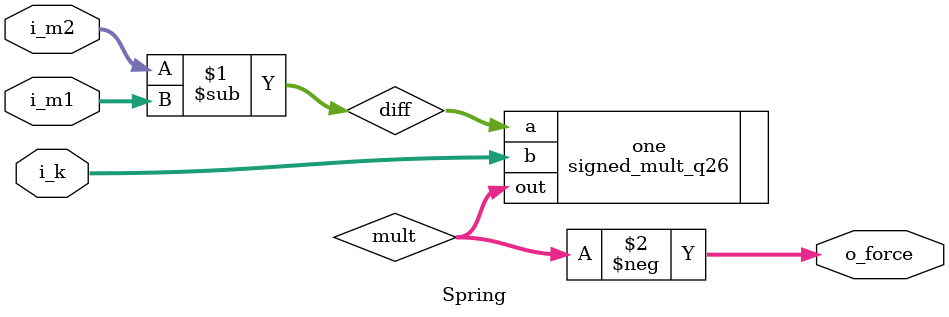
<source format=v>
module Spring(i_m1, i_m2, i_k, o_force);
	input  signed[26:0] i_m1, i_m2, i_k;
	output signed[26:0] o_force;
	
	wire signed[26:0] mult;
	wire signed[26:0] diff = i_m2-i_m1;
	signed_mult_q26 one  (.out(mult), .a( diff ), .b(i_k)); 
	assign o_force = -mult;

endmodule


</source>
